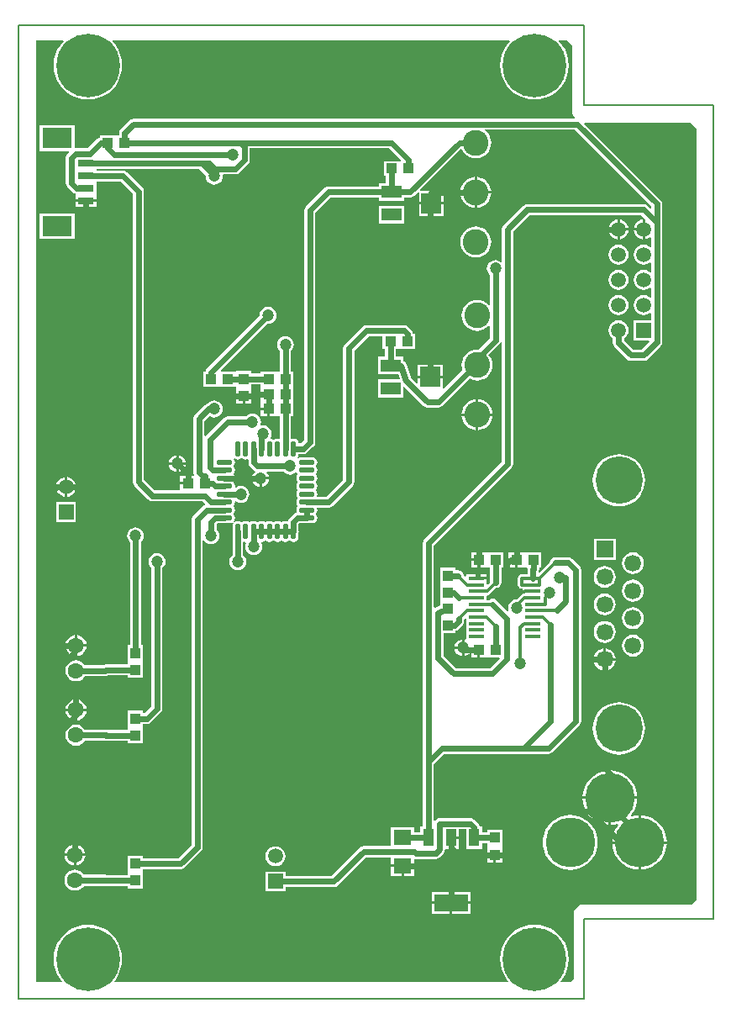
<source format=gtl>
%FSAX24Y24*%
%MOIN*%
G70*
G01*
G75*
G04 Layer_Physical_Order=1*
G04 Layer_Color=255*
%ADD10R,0.0787X0.0512*%
%ADD11R,0.0787X0.0787*%
%ADD12R,0.0433X0.0394*%
%ADD13R,0.0630X0.0118*%
%ADD14O,0.0217X0.0630*%
%ADD15O,0.0630X0.0217*%
%ADD16R,0.1358X0.0689*%
%ADD17R,0.0433X0.0689*%
%ADD18R,0.0433X0.0689*%
%ADD19R,0.0394X0.0433*%
%ADD20R,0.0630X0.0315*%
%ADD21R,0.1181X0.0827*%
%ADD22R,0.0709X0.0630*%
%ADD23C,0.0236*%
%ADD24C,0.0217*%
%ADD25C,0.0118*%
%ADD26C,0.0080*%
%ADD27C,0.0591*%
%ADD28R,0.0591X0.0591*%
%ADD29C,0.0665*%
%ADD30R,0.0665X0.0665*%
%ADD31C,0.1874*%
%ADD32C,0.1969*%
%ADD33C,0.0630*%
%ADD34C,0.2520*%
%ADD35C,0.1024*%
%ADD36C,0.0472*%
G36*
X067953Y075044D02*
Y074970D01*
Y074715D01*
Y074459D01*
Y074271D01*
X067915Y074238D01*
X067890Y074241D01*
Y073910D01*
Y073579D01*
X067927Y073584D01*
X068009Y073618D01*
X068079Y073671D01*
X068102Y073702D01*
X068150Y073686D01*
Y073524D01*
X068415D01*
Y073819D01*
X068515D01*
Y073524D01*
X068780D01*
Y073524D01*
X068780D01*
X068780Y073524D01*
X068819D01*
Y073524D01*
X069266D01*
X069285Y073477D01*
X068909Y073101D01*
X067541D01*
X067051Y073591D01*
Y074488D01*
X067539D01*
Y074590D01*
X067584Y074599D01*
X067656Y074647D01*
X067816Y074807D01*
X067864Y074879D01*
X067881Y074963D01*
Y075029D01*
X067922Y075057D01*
X067953Y075044D01*
D02*
G37*
G36*
X059132Y081390D02*
X059213Y081374D01*
X059278Y081387D01*
X059317Y081355D01*
Y081250D01*
X059333Y081169D01*
X059333Y081169D01*
X059333Y081169D01*
X059379Y081101D01*
X059483Y080997D01*
X059511Y080954D01*
X059583Y080906D01*
X059583Y080906D01*
X059569Y080869D01*
X059515Y080799D01*
X059481Y080717D01*
X059476Y080680D01*
X060138D01*
X060133Y080717D01*
X060100Y080799D01*
X060046Y080869D01*
X060053Y080889D01*
X060728D01*
X060741Y080871D01*
X060811Y080818D01*
X060893Y080784D01*
X060980Y080772D01*
X061067Y080784D01*
X061149Y080818D01*
X061196Y080854D01*
X061245Y080846D01*
X061278Y080796D01*
Y080779D01*
X061232Y080711D01*
X061216Y080630D01*
X061232Y080549D01*
X061278Y080481D01*
Y080464D01*
X061232Y080396D01*
X061216Y080315D01*
X061232Y080234D01*
X061278Y080166D01*
Y080149D01*
X061232Y080081D01*
X061216Y080000D01*
X061232Y079919D01*
X061278Y079851D01*
Y079834D01*
X061232Y079766D01*
X061216Y079685D01*
X061232Y079604D01*
X061278Y079536D01*
Y079519D01*
X061232Y079451D01*
X061216Y079370D01*
X061231Y079298D01*
X061203Y079257D01*
X061169Y079250D01*
X061101Y079204D01*
X060953Y079057D01*
X060908Y078988D01*
X060901Y078955D01*
X060859Y078927D01*
X060787Y078941D01*
X060707Y078925D01*
X060638Y078879D01*
X060621D01*
X060553Y078925D01*
X060472Y078941D01*
X060392Y078925D01*
X060323Y078879D01*
X060307D01*
X060238Y078925D01*
X060157Y078941D01*
X060077Y078925D01*
X060008Y078879D01*
X059992D01*
X059923Y078925D01*
X059843Y078941D01*
X059762Y078925D01*
X059693Y078879D01*
X059677D01*
X059608Y078925D01*
X059528Y078941D01*
X059447Y078925D01*
X059379Y078879D01*
X059362D01*
X059293Y078925D01*
X059213Y078941D01*
X059132Y078925D01*
X059064Y078879D01*
X059047D01*
X058978Y078925D01*
X058898Y078941D01*
X058817Y078925D01*
X058775Y078897D01*
X058739Y078932D01*
X058768Y078974D01*
X058784Y079055D01*
X058768Y079136D01*
X058722Y079204D01*
Y079221D01*
X058768Y079289D01*
X058784Y079370D01*
X058768Y079451D01*
X058722Y079519D01*
Y079536D01*
X058768Y079604D01*
X058784Y079685D01*
X058780Y079703D01*
X058822Y079730D01*
X058851Y079708D01*
X058933Y079674D01*
X059020Y079662D01*
X059107Y079674D01*
X059189Y079708D01*
X059259Y079761D01*
X059312Y079831D01*
X059346Y079913D01*
X059358Y080000D01*
X059346Y080087D01*
X059312Y080169D01*
X059259Y080239D01*
X059189Y080292D01*
X059107Y080326D01*
X059020Y080338D01*
X058933Y080326D01*
X058851Y080292D01*
X058822Y080270D01*
X058780Y080297D01*
X058784Y080315D01*
X058768Y080396D01*
X058722Y080464D01*
Y080481D01*
X058768Y080549D01*
X058774Y080580D01*
X058366D01*
Y080680D01*
X058774D01*
X058768Y080711D01*
X058722Y080779D01*
Y080796D01*
X058768Y080864D01*
X058784Y080945D01*
X058768Y081026D01*
X058722Y081094D01*
Y081111D01*
X058768Y081179D01*
X058784Y081260D01*
X058768Y081340D01*
X058739Y081383D01*
X058774Y081418D01*
X058817Y081390D01*
X058898Y081374D01*
X058978Y081390D01*
X059047Y081436D01*
X059064D01*
X059132Y081390D01*
D02*
G37*
G36*
X065372Y093252D02*
X065354Y093209D01*
X065315D01*
Y093209D01*
X064685D01*
Y092618D01*
X064779D01*
Y092343D01*
X064508D01*
Y092209D01*
X062500D01*
X062416Y092192D01*
X062344Y092144D01*
X061604Y091404D01*
X061556Y091333D01*
X061539Y091248D01*
Y082137D01*
X061413Y082011D01*
X061311D01*
X061297Y082079D01*
X061251Y082147D01*
X061183Y082193D01*
X061102Y082209D01*
X061037Y082196D01*
X060998Y082227D01*
Y082340D01*
X060998Y082340D01*
Y083091D01*
X061102D01*
Y083681D01*
X061102D01*
X061102Y083681D01*
D01*
X061102Y083681D01*
Y084272D01*
D01*
Y084272D01*
X061102Y084272D01*
Y084272D01*
X061102D01*
X061102D01*
Y084862D01*
X061008D01*
Y085678D01*
X061026Y085691D01*
X061080Y085761D01*
X061113Y085843D01*
X061125Y085930D01*
X061113Y086017D01*
X061080Y086099D01*
X061026Y086169D01*
X060956Y086222D01*
X060875Y086256D01*
X060787Y086268D01*
X060700Y086256D01*
X060619Y086222D01*
X060549Y086169D01*
X060495Y086099D01*
X060461Y086017D01*
X060450Y085930D01*
X060461Y085843D01*
X060495Y085761D01*
X060549Y085691D01*
X060567Y085678D01*
Y084862D01*
X060472D01*
D01*
D01*
X060472Y084862D01*
X060433D01*
Y084862D01*
X059803D01*
Y084788D01*
X059429D01*
Y084882D01*
X058839D01*
Y084862D01*
X058819D01*
Y084862D01*
X058250D01*
X058231Y084908D01*
X060074Y086752D01*
X060097Y086749D01*
X060184Y086761D01*
X060265Y086794D01*
X060335Y086848D01*
X060389Y086918D01*
X060423Y086999D01*
X060434Y087087D01*
X060423Y087174D01*
X060389Y087255D01*
X060335Y087325D01*
X060265Y087379D01*
X060184Y087413D01*
X060097Y087424D01*
X060009Y087413D01*
X059928Y087379D01*
X059858Y087325D01*
X059804Y087255D01*
X059771Y087174D01*
X059759Y087087D01*
X059762Y087064D01*
X057679Y084981D01*
X057631Y084909D01*
X057621Y084862D01*
X057520D01*
Y084272D01*
X058150D01*
Y084272D01*
X058150D01*
X058150Y084272D01*
X058189D01*
Y084272D01*
X058819D01*
Y084272D01*
X058819D01*
X058839Y084252D01*
Y084252D01*
X058839D01*
X058839Y084213D01*
X058839D01*
Y083948D01*
X059429D01*
Y084213D01*
D01*
Y084213D01*
X059429Y084213D01*
Y084252D01*
X059429D01*
Y084346D01*
X059803D01*
Y084307D01*
X059803Y084307D01*
X059803D01*
X059803Y084272D01*
X059803Y084272D01*
D01*
D01*
Y084272D01*
X059803D01*
D01*
Y084026D01*
X060118D01*
Y083926D01*
X059803D01*
Y083716D01*
X059803Y083716D01*
X059803D01*
X059803Y083681D01*
D01*
X059803D01*
D01*
Y083681D01*
Y083681D01*
X059803Y083681D01*
D01*
Y083681D01*
D01*
D01*
X059803Y083681D01*
X059803D01*
D01*
Y083436D01*
X060118D01*
Y083386D01*
X060168D01*
Y083091D01*
X060433D01*
Y083091D01*
X060433D01*
X060433Y083091D01*
X060472D01*
Y083091D01*
X060577D01*
Y082340D01*
X060577Y082340D01*
Y082227D01*
X060538Y082196D01*
X060472Y082209D01*
X060392Y082193D01*
X060323Y082147D01*
X060307D01*
X060238Y082193D01*
X060200Y082200D01*
X060192Y082221D01*
X060226Y082303D01*
X060238Y082390D01*
X060226Y082477D01*
X060192Y082559D01*
X060139Y082629D01*
X060069Y082682D01*
X059987Y082716D01*
X059900Y082728D01*
X059830Y082718D01*
X059800Y082758D01*
X059806Y082773D01*
X059818Y082860D01*
X059806Y082947D01*
X059772Y083029D01*
X059719Y083099D01*
X059649Y083152D01*
X059567Y083186D01*
X059480Y083198D01*
X059393Y083186D01*
X059311Y083152D01*
X059241Y083099D01*
X059228Y083081D01*
X058500D01*
X058416Y083064D01*
X058344Y083016D01*
X057633Y082306D01*
X057629Y082298D01*
X057581Y082313D01*
Y082909D01*
X057774Y083101D01*
X057791Y083088D01*
X057873Y083054D01*
X057960Y083042D01*
X058047Y083054D01*
X058129Y083088D01*
X058199Y083141D01*
X058252Y083211D01*
X058286Y083293D01*
X058298Y083380D01*
X058286Y083467D01*
X058252Y083549D01*
X058199Y083619D01*
X058129Y083672D01*
X058047Y083706D01*
X057960Y083718D01*
X057873Y083706D01*
X057791Y083672D01*
X057721Y083619D01*
X057702Y083593D01*
X057656Y083584D01*
X057584Y083536D01*
X057204Y083156D01*
X057156Y083084D01*
X057139Y083000D01*
Y080860D01*
X057156Y080776D01*
X057158Y080772D01*
X057135Y080728D01*
X056979D01*
Y080433D01*
X056929D01*
Y080383D01*
X056614D01*
Y080161D01*
X055591D01*
X055181Y080571D01*
Y092000D01*
X055164Y092084D01*
X055116Y092156D01*
X054498Y092774D01*
X054426Y092822D01*
X054342Y092839D01*
X053287D01*
Y092854D01*
Y092889D01*
X057369D01*
X057625Y092633D01*
X057622Y092610D01*
X057634Y092523D01*
X057668Y092441D01*
X057721Y092372D01*
X057791Y092318D01*
X057873Y092284D01*
X057960Y092273D01*
X058047Y092284D01*
X058129Y092318D01*
X058199Y092372D01*
X058252Y092441D01*
X058286Y092523D01*
X058298Y092610D01*
X058293Y092642D01*
X058326Y092679D01*
X058800D01*
X058884Y092696D01*
X058956Y092744D01*
X059306Y093094D01*
X059354Y093166D01*
X059371Y093250D01*
Y093716D01*
X064909D01*
X065372Y093252D01*
D02*
G37*
G36*
X072182Y097776D02*
Y095079D01*
X072193Y095025D01*
X072224Y094979D01*
X072266Y094937D01*
X072247Y094891D01*
X054750D01*
X054666Y094874D01*
X054594Y094826D01*
X054253Y094486D01*
X054205Y094414D01*
X054189Y094329D01*
Y094232D01*
X054094D01*
D01*
D01*
X054094Y094232D01*
X054055D01*
Y094232D01*
X053425D01*
Y094149D01*
X053383Y094141D01*
X053311Y094093D01*
X052929Y093711D01*
X052450D01*
X052421Y093734D01*
Y094626D01*
X051043D01*
Y093602D01*
X052185D01*
X052204Y093556D01*
X052134Y093486D01*
X052086Y093414D01*
X052069Y093330D01*
Y092336D01*
X052086Y092251D01*
X052134Y092180D01*
X052344Y091970D01*
X052416Y091922D01*
X052461Y091913D01*
Y091870D01*
Y091684D01*
X053287D01*
Y091870D01*
Y092362D01*
Y092397D01*
X054250D01*
X054739Y091909D01*
Y080480D01*
X054756Y080396D01*
X054804Y080324D01*
X054804Y080324D01*
X054804Y080324D01*
X055344Y079784D01*
X055344Y079784D01*
X055344D01*
X055344Y079784D01*
X055344D01*
X055344Y079784D01*
Y079784D01*
Y079784D01*
D01*
D01*
X055344D01*
Y079784D01*
X055416Y079736D01*
X055500Y079719D01*
X057508D01*
X057603Y079624D01*
X057588Y079577D01*
X057576Y079574D01*
X057504Y079526D01*
X057134Y079156D01*
X057086Y079084D01*
X057069Y079000D01*
Y066091D01*
X056553Y065575D01*
X055138D01*
Y065669D01*
X054547D01*
Y065039D01*
X054547Y065039D01*
X054547Y065000D01*
X054547D01*
Y064906D01*
X053689D01*
X053630Y064918D01*
X052793D01*
X052736Y064992D01*
X052649Y065058D01*
X052549Y065100D01*
X052441Y065114D01*
X052333Y065100D01*
X052232Y065058D01*
X052146Y064992D01*
X052080Y064905D01*
X052038Y064805D01*
X052024Y064697D01*
X052038Y064589D01*
X052080Y064488D01*
X052146Y064402D01*
X052232Y064336D01*
X052333Y064294D01*
X052441Y064280D01*
X052549Y064294D01*
X052649Y064336D01*
X052736Y064402D01*
X052793Y064476D01*
X053582D01*
X053642Y064464D01*
X054547D01*
Y064370D01*
X055138D01*
Y065000D01*
D01*
Y065000D01*
X055138Y065000D01*
Y065039D01*
X055138D01*
Y065134D01*
X056644D01*
X056729Y065150D01*
X056800Y065198D01*
X056800Y065198D01*
X056800Y065198D01*
X057446Y065844D01*
X057494Y065916D01*
X057511Y066000D01*
Y078152D01*
X057558Y078168D01*
X057601Y078111D01*
X057671Y078058D01*
X057753Y078024D01*
X057840Y078012D01*
X057927Y078024D01*
X058009Y078058D01*
X058079Y078111D01*
X058132Y078181D01*
X058166Y078263D01*
X058178Y078350D01*
X058166Y078437D01*
X058132Y078519D01*
X058079Y078589D01*
X058051Y078610D01*
Y078808D01*
X058087Y078844D01*
X058573D01*
X058653Y078860D01*
X058696Y078889D01*
X058731Y078853D01*
X058703Y078811D01*
X058687Y078730D01*
Y078524D01*
Y078317D01*
Y077590D01*
X058659Y077569D01*
X058605Y077499D01*
X058572Y077417D01*
X058560Y077330D01*
X058572Y077243D01*
X058605Y077161D01*
X058659Y077091D01*
X058729Y077038D01*
X058810Y077004D01*
X058898Y076992D01*
X058985Y077004D01*
X059066Y077038D01*
X059136Y077091D01*
X059190Y077161D01*
X059224Y077243D01*
X059235Y077330D01*
X059224Y077417D01*
X059190Y077499D01*
X059136Y077569D01*
X059108Y077590D01*
Y078088D01*
X059147Y078119D01*
X059198Y078109D01*
X059220Y078067D01*
X059221Y078064D01*
X059202Y078017D01*
X059190Y077930D01*
X059202Y077843D01*
X059235Y077761D01*
X059289Y077691D01*
X059359Y077638D01*
X059440Y077604D01*
X059528Y077592D01*
X059615Y077604D01*
X059696Y077638D01*
X059766Y077691D01*
X059820Y077761D01*
X059854Y077843D01*
X059865Y077930D01*
X059854Y078017D01*
X059834Y078064D01*
X059843Y078106D01*
X059923Y078122D01*
X059992Y078168D01*
X060008D01*
X060077Y078122D01*
X060157Y078106D01*
X060238Y078122D01*
X060307Y078168D01*
X060323D01*
X060392Y078122D01*
X060472Y078106D01*
X060553Y078122D01*
X060621Y078168D01*
X060638D01*
X060707Y078122D01*
X060787Y078106D01*
X060868Y078122D01*
X060936Y078168D01*
X060953D01*
X061022Y078122D01*
X061102Y078106D01*
X061183Y078122D01*
X061251Y078168D01*
X061297Y078236D01*
X061313Y078317D01*
Y078473D01*
X061323Y078524D01*
X061313Y078574D01*
Y078820D01*
X061337Y078844D01*
X061841D01*
X061921Y078860D01*
X061990Y078906D01*
X062035Y078974D01*
X062051Y079055D01*
X062035Y079136D01*
X061990Y079204D01*
Y079221D01*
X062035Y079289D01*
X062051Y079370D01*
X062035Y079451D01*
X062048Y079474D01*
X062450D01*
X062500Y079464D01*
X062584Y079481D01*
X062656Y079529D01*
X063456Y080329D01*
X063456Y080329D01*
X063456Y080329D01*
X063504Y080401D01*
X063521Y080485D01*
Y085689D01*
X064091Y086259D01*
X064646D01*
Y085768D01*
X064740D01*
Y085453D01*
X064469D01*
Y084744D01*
X065263D01*
X065317Y084588D01*
X065287Y084547D01*
X064469D01*
Y083839D01*
X065453D01*
Y084250D01*
X065499Y084269D01*
X066274Y083494D01*
X066346Y083446D01*
X066430Y083429D01*
X066850D01*
X066934Y083446D01*
X067006Y083494D01*
X068094Y084582D01*
X068151Y084552D01*
X068266Y084517D01*
X068386Y084505D01*
X068505Y084517D01*
X068621Y084552D01*
X068727Y084608D01*
X068819Y084685D01*
X068896Y084777D01*
X068952Y084883D01*
X068987Y084998D01*
X068999Y085118D01*
X068987Y085238D01*
X068952Y085353D01*
X068896Y085459D01*
X068849Y085516D01*
X069276Y085944D01*
X069324Y086016D01*
X069329Y086043D01*
X069379Y086038D01*
Y081291D01*
X066301Y078213D01*
X066253Y078141D01*
X066236Y078057D01*
Y069384D01*
Y066821D01*
X066142D01*
Y066599D01*
X065940D01*
X065939Y066599D01*
X065886D01*
Y066791D01*
X064980D01*
Y066051D01*
X063890D01*
X063806Y066034D01*
X063734Y065986D01*
X062614Y064866D01*
X060787D01*
Y065039D01*
X060000D01*
Y064252D01*
X060787D01*
Y064425D01*
X062706D01*
X062790Y064442D01*
X062862Y064490D01*
X062862Y064490D01*
X062862Y064490D01*
X063981Y065609D01*
X064980D01*
Y065326D01*
X065886D01*
Y065517D01*
X065924Y065548D01*
X065970Y065539D01*
X066750D01*
X066834Y065556D01*
X066906Y065604D01*
X067066Y065764D01*
X067114Y065836D01*
X067131Y065920D01*
Y065935D01*
X067312D01*
Y066378D01*
X067362D01*
Y066428D01*
X067677D01*
Y066719D01*
X067953D01*
Y065935D01*
X068583D01*
Y066157D01*
X068679D01*
X068680Y066157D01*
X068799D01*
Y066063D01*
X068799Y066063D01*
X068799Y066024D01*
X068799D01*
Y065759D01*
X069390D01*
Y066024D01*
D01*
Y066024D01*
X069390Y066024D01*
Y066063D01*
X069390D01*
Y066693D01*
X068799D01*
Y066599D01*
X068681D01*
X068680Y066599D01*
X068583D01*
Y066821D01*
X068484D01*
X068472Y066882D01*
X068424Y066953D01*
X068281Y067096D01*
X068209Y067144D01*
X068125Y067161D01*
X066910D01*
X066826Y067144D01*
X066754Y067096D01*
X066726Y067054D01*
X066678Y067068D01*
Y069292D01*
X067091Y069706D01*
X071222D01*
X071307Y069723D01*
X071378Y069771D01*
X071378Y069771D01*
X071378Y069771D01*
X072451Y070844D01*
X072499Y070916D01*
X072516Y071000D01*
X072516Y071000D01*
X072516Y071000D01*
Y071000D01*
Y077000D01*
X072499Y077084D01*
X072451Y077156D01*
X072171Y077436D01*
X072100Y077484D01*
X072015Y077501D01*
X071500D01*
X071416Y077484D01*
X071344Y077436D01*
X071296Y077364D01*
X071281Y077288D01*
X070877Y076884D01*
X070831Y076903D01*
Y076951D01*
X070834Y076955D01*
X070851Y077040D01*
Y077106D01*
X070945D01*
Y077697D01*
X070315D01*
D01*
D01*
X070315Y077697D01*
X070276D01*
Y077697D01*
X070011D01*
Y077401D01*
Y077106D01*
X070276D01*
Y077106D01*
X070276D01*
X070276Y077106D01*
X070315D01*
Y077106D01*
X070367D01*
X070399Y077068D01*
X070389Y077020D01*
Y076824D01*
X070176D01*
X070114Y076812D01*
X070062Y076777D01*
X070028Y076725D01*
X070015Y076663D01*
Y076407D01*
X070028Y076346D01*
X070062Y076294D01*
X070114Y076259D01*
X070176Y076247D01*
X070197D01*
Y076202D01*
X070610D01*
Y076102D01*
X070197D01*
Y076046D01*
X070189Y076044D01*
X070136Y076009D01*
X069954Y075827D01*
X069873Y075816D01*
X069791Y075782D01*
X069721Y075729D01*
X069668Y075659D01*
X069634Y075577D01*
X069622Y075490D01*
X069634Y075403D01*
X069645Y075377D01*
X069603Y075349D01*
X069156Y075796D01*
X069084Y075844D01*
X069000Y075861D01*
X068916Y075844D01*
X068851Y075800D01*
X068780D01*
Y075961D01*
X068785Y075991D01*
X068837Y076001D01*
X068847Y076003D01*
X068899Y076038D01*
X068899Y076038D01*
X068899Y076038D01*
X069142Y076281D01*
X069218Y076296D01*
X069290Y076344D01*
X069338Y076416D01*
X069355Y076500D01*
Y077106D01*
X069449D01*
Y077697D01*
X068819D01*
D01*
D01*
X068819Y077697D01*
X068780D01*
Y077697D01*
X068515D01*
Y077401D01*
Y077106D01*
X068780D01*
Y077106D01*
X068780D01*
X068780Y077106D01*
X068819D01*
Y077106D01*
X068913D01*
Y076506D01*
X068826Y076419D01*
X068780Y076438D01*
Y076506D01*
Y076613D01*
X068366D01*
Y076663D01*
X068316D01*
Y076821D01*
X067953D01*
Y076747D01*
X067907Y076728D01*
X067855Y076780D01*
X067840Y076856D01*
X067792Y076928D01*
X067720Y076976D01*
X067636Y076992D01*
X067539D01*
Y077087D01*
X066949D01*
Y076457D01*
X066949Y076457D01*
X066949Y076417D01*
X066949D01*
Y075787D01*
Y075590D01*
X066746Y075507D01*
X066746Y075507D01*
X066746Y075506D01*
X066722Y075491D01*
X066678Y075514D01*
Y077966D01*
X069756Y081044D01*
X069756Y081044D01*
X069756Y081044D01*
X069804Y081116D01*
X069821Y081200D01*
Y090409D01*
X070471Y091059D01*
X074909D01*
X075031Y090937D01*
X075009Y090892D01*
X075050Y090887D01*
Y090496D01*
Y090106D01*
X075103Y090112D01*
X075199Y090152D01*
X075254Y090195D01*
X075299Y090173D01*
Y089819D01*
X075254Y089797D01*
X075199Y089840D01*
X075103Y089880D01*
X075000Y089893D01*
X074897Y089880D01*
X074801Y089840D01*
X074719Y089777D01*
X074656Y089695D01*
X074616Y089599D01*
X074603Y089496D01*
X074616Y089393D01*
X074656Y089298D01*
X074719Y089215D01*
X074801Y089152D01*
X074897Y089112D01*
X075000Y089099D01*
X075103Y089112D01*
X075199Y089152D01*
X075254Y089195D01*
X075299Y089173D01*
Y088819D01*
X075254Y088797D01*
X075199Y088840D01*
X075103Y088880D01*
X075000Y088893D01*
X074897Y088880D01*
X074801Y088840D01*
X074719Y088777D01*
X074656Y088695D01*
X074616Y088599D01*
X074603Y088496D01*
X074616Y088393D01*
X074656Y088298D01*
X074719Y088215D01*
X074801Y088152D01*
X074897Y088112D01*
X075000Y088099D01*
X075103Y088112D01*
X075199Y088152D01*
X075254Y088195D01*
X075299Y088173D01*
Y087819D01*
X075254Y087797D01*
X075199Y087840D01*
X075103Y087880D01*
X075000Y087893D01*
X074897Y087880D01*
X074801Y087840D01*
X074719Y087777D01*
X074656Y087695D01*
X074616Y087599D01*
X074603Y087496D01*
X074616Y087393D01*
X074656Y087298D01*
X074719Y087215D01*
X074801Y087152D01*
X074897Y087112D01*
X075000Y087099D01*
X075103Y087112D01*
X075199Y087152D01*
X075254Y087195D01*
X075299Y087173D01*
Y086890D01*
X074606D01*
Y086102D01*
X075215D01*
X075234Y086056D01*
X074909Y085731D01*
X074581D01*
X074221Y086091D01*
Y086169D01*
X074281Y086215D01*
X074344Y086298D01*
X074384Y086393D01*
X074397Y086496D01*
X074384Y086599D01*
X074344Y086695D01*
X074281Y086777D01*
X074199Y086840D01*
X074103Y086880D01*
X074000Y086893D01*
X073897Y086880D01*
X073801Y086840D01*
X073719Y086777D01*
X073656Y086695D01*
X073616Y086599D01*
X073603Y086496D01*
X073616Y086393D01*
X073656Y086298D01*
X073719Y086215D01*
X073779Y086169D01*
Y086000D01*
X073796Y085916D01*
X073844Y085844D01*
X074334Y085354D01*
X074406Y085306D01*
X074490Y085289D01*
X075000D01*
X075084Y085306D01*
X075156Y085354D01*
X075156Y085354D01*
X075156Y085354D01*
X075676Y085874D01*
X075724Y085946D01*
X075741Y086030D01*
Y090760D01*
Y091510D01*
X075724Y091594D01*
X075676Y091666D01*
X072647Y094695D01*
X072666Y094741D01*
X076871D01*
X077104Y094509D01*
Y063916D01*
X076910Y063723D01*
X072520D01*
X072466Y063712D01*
X072420Y063682D01*
X072263Y063525D01*
X072232Y063479D01*
X072222Y063425D01*
Y060767D01*
X072107Y060652D01*
X071727D01*
X071706Y060698D01*
X071772Y060774D01*
X071883Y060956D01*
X071965Y061154D01*
X072015Y061362D01*
X072032Y061575D01*
X072015Y061788D01*
X071965Y061996D01*
X071883Y062193D01*
X071772Y062376D01*
X071633Y062538D01*
X071470Y062677D01*
X071288Y062789D01*
X071090Y062871D01*
X070882Y062920D01*
X070669Y062937D01*
X070456Y062920D01*
X070248Y062871D01*
X070051Y062789D01*
X069868Y062677D01*
X069706Y062538D01*
X069567Y062376D01*
X069455Y062193D01*
X069374Y061996D01*
X069324Y061788D01*
X069307Y061575D01*
X069324Y061362D01*
X069374Y061154D01*
X069455Y060956D01*
X069567Y060774D01*
X069632Y060698D01*
X069611Y060652D01*
X054011D01*
X053990Y060698D01*
X054055Y060774D01*
X054167Y060956D01*
X054249Y061154D01*
X054298Y061362D01*
X054315Y061575D01*
X054298Y061788D01*
X054249Y061996D01*
X054167Y062193D01*
X054055Y062376D01*
X053916Y062538D01*
X053754Y062677D01*
X053571Y062789D01*
X053374Y062871D01*
X053166Y062920D01*
X052953Y062937D01*
X052740Y062920D01*
X052532Y062871D01*
X052334Y062789D01*
X052152Y062677D01*
X051989Y062538D01*
X051851Y062376D01*
X051739Y062193D01*
X051657Y061996D01*
X051607Y061788D01*
X051590Y061575D01*
X051607Y061362D01*
X051657Y061154D01*
X051739Y060956D01*
X051851Y060774D01*
X051916Y060698D01*
X051895Y060652D01*
X050889D01*
Y098009D01*
X051962D01*
X051983Y097964D01*
X051851Y097809D01*
X051739Y097626D01*
X051657Y097429D01*
X051607Y097221D01*
X051590Y097008D01*
X051607Y096795D01*
X051657Y096587D01*
X051739Y096389D01*
X051851Y096207D01*
X051989Y096044D01*
X052152Y095906D01*
X052334Y095794D01*
X052532Y095712D01*
X052740Y095662D01*
X052953Y095645D01*
X053166Y095662D01*
X053374Y095712D01*
X053571Y095794D01*
X053754Y095906D01*
X053916Y096044D01*
X054055Y096207D01*
X054167Y096389D01*
X054249Y096587D01*
X054298Y096795D01*
X054315Y097008D01*
X054298Y097221D01*
X054249Y097429D01*
X054167Y097626D01*
X054055Y097809D01*
X053916Y097971D01*
X053930Y098009D01*
X069678D01*
X069699Y097964D01*
X069567Y097809D01*
X069455Y097626D01*
X069374Y097429D01*
X069324Y097221D01*
X069307Y097008D01*
X069324Y096795D01*
X069374Y096587D01*
X069455Y096389D01*
X069567Y096207D01*
X069706Y096044D01*
X069868Y095906D01*
X070051Y095794D01*
X070248Y095712D01*
X070456Y095662D01*
X070669Y095645D01*
X070882Y095662D01*
X071090Y095712D01*
X071288Y095794D01*
X071470Y095906D01*
X071633Y096044D01*
X071772Y096207D01*
X071883Y096389D01*
X071965Y096587D01*
X072015Y096795D01*
X072032Y097008D01*
X072015Y097221D01*
X071965Y097429D01*
X071883Y097626D01*
X071772Y097809D01*
X071633Y097971D01*
X071647Y098009D01*
X071950D01*
X072182Y097776D01*
D02*
G37*
G36*
X075299Y091419D02*
Y091358D01*
X075253Y091339D01*
X075156Y091436D01*
X075084Y091484D01*
X075000Y091501D01*
X070380D01*
X070296Y091484D01*
X070224Y091436D01*
X069444Y090656D01*
X069396Y090584D01*
X069379Y090500D01*
Y089229D01*
X069334Y089207D01*
X069289Y089242D01*
X069207Y089276D01*
X069120Y089288D01*
X069033Y089276D01*
X068951Y089242D01*
X068881Y089189D01*
X068828Y089119D01*
X068794Y089037D01*
X068782Y088950D01*
X068794Y088863D01*
X068828Y088781D01*
X068881Y088711D01*
X068899Y088698D01*
Y087497D01*
X068852Y087480D01*
X068819Y087520D01*
X068727Y087596D01*
X068621Y087653D01*
X068505Y087688D01*
X068386Y087700D01*
X068266Y087688D01*
X068151Y087653D01*
X068045Y087596D01*
X067952Y087520D01*
X067876Y087427D01*
X067819Y087321D01*
X067784Y087206D01*
X067773Y087087D01*
X067784Y086967D01*
X067819Y086852D01*
X067876Y086746D01*
X067952Y086653D01*
X068045Y086577D01*
X068151Y086520D01*
X068266Y086485D01*
X068386Y086473D01*
X068505Y086485D01*
X068621Y086520D01*
X068727Y086577D01*
X068819Y086653D01*
X068852Y086693D01*
X068899Y086676D01*
Y086191D01*
X068434Y085727D01*
X068386Y085731D01*
X068266Y085720D01*
X068151Y085685D01*
X068045Y085628D01*
X067952Y085552D01*
X067876Y085459D01*
X067819Y085353D01*
X067784Y085238D01*
X067773Y085118D01*
X067784Y084998D01*
X067808Y084920D01*
X067074Y084186D01*
X067028Y084205D01*
Y084596D01*
X066043D01*
Y084414D01*
X065997Y084395D01*
X065772Y084620D01*
X065584Y085170D01*
X065580Y085176D01*
X065579Y085183D01*
X065559Y085213D01*
X065541Y085244D01*
X065535Y085249D01*
X065531Y085255D01*
X065501Y085275D01*
X065472Y085297D01*
X065465Y085299D01*
X065459Y085302D01*
X065453Y085304D01*
Y085453D01*
X065181D01*
Y085768D01*
X065276D01*
Y085768D01*
X065276D01*
X065276Y085768D01*
X065315D01*
Y085768D01*
X065945D01*
Y086358D01*
X065849D01*
X065834Y086435D01*
X065786Y086506D01*
X065656Y086636D01*
X065584Y086684D01*
X065500Y086701D01*
X064000D01*
X063916Y086684D01*
X063844Y086636D01*
X063144Y085936D01*
X063096Y085864D01*
X063079Y085780D01*
Y080576D01*
X062399Y079896D01*
X062070D01*
X062038Y079934D01*
X062051Y080000D01*
X062035Y080081D01*
X061990Y080149D01*
Y080166D01*
X062035Y080234D01*
X062051Y080315D01*
X062035Y080396D01*
X061990Y080464D01*
Y080481D01*
X062035Y080549D01*
X062051Y080630D01*
X062035Y080711D01*
X061990Y080779D01*
Y080796D01*
X062035Y080864D01*
X062051Y080945D01*
X062035Y081026D01*
X061990Y081094D01*
Y081111D01*
X062035Y081179D01*
X062051Y081260D01*
X062035Y081340D01*
X061990Y081409D01*
X061921Y081455D01*
X061841Y081471D01*
X061427D01*
X061347Y081455D01*
X061304Y081426D01*
X061269Y081461D01*
X061297Y081504D01*
X061313Y081585D01*
Y081589D01*
X061500D01*
X061581Y081605D01*
X061649Y081651D01*
X061873Y081875D01*
X061916Y081904D01*
X061964Y081976D01*
X061981Y082060D01*
Y091157D01*
X062591Y091767D01*
X064508D01*
Y091634D01*
X065492D01*
Y091767D01*
X065740D01*
X065824Y091784D01*
X065896Y091832D01*
X066036Y091972D01*
X066083Y091953D01*
Y091585D01*
X066525D01*
Y092028D01*
X066157D01*
X066138Y092074D01*
X067746Y093682D01*
X067795Y093674D01*
X067837Y093596D01*
X067913Y093503D01*
X068006Y093427D01*
X068112Y093370D01*
X068227Y093336D01*
X068346Y093324D01*
X068466Y093336D01*
X068581Y093370D01*
X068687Y093427D01*
X068780Y093503D01*
X068856Y093596D01*
X068913Y093702D01*
X068948Y093817D01*
X068960Y093937D01*
X068948Y094057D01*
X068913Y094172D01*
X068856Y094278D01*
X068780Y094371D01*
X068687Y094447D01*
X068688Y094449D01*
X072269D01*
X075299Y091419D01*
D02*
G37*
%LPC*%
G36*
X054843Y078688D02*
X054755Y078676D01*
X054674Y078642D01*
X054604Y078589D01*
X054550Y078519D01*
X054516Y078437D01*
X054505Y078350D01*
X054516Y078263D01*
X054550Y078181D01*
X054604Y078111D01*
X054622Y078098D01*
Y074016D01*
X054547D01*
Y073386D01*
X054547Y073386D01*
X054547Y073346D01*
X054547D01*
Y073252D01*
X053668D01*
X053583Y073235D01*
X053567Y073225D01*
X052832D01*
X052775Y073299D01*
X052689Y073365D01*
X052588Y073407D01*
X052480Y073421D01*
X052372Y073407D01*
X052272Y073365D01*
X052185Y073299D01*
X052119Y073212D01*
X052078Y073112D01*
X052063Y073004D01*
X052078Y072896D01*
X052119Y072795D01*
X052185Y072709D01*
X052272Y072643D01*
X052372Y072601D01*
X052480Y072587D01*
X052588Y072601D01*
X052689Y072643D01*
X052775Y072709D01*
X052832Y072783D01*
X053640D01*
X053724Y072800D01*
X053741Y072811D01*
X054547D01*
Y072717D01*
X055138D01*
Y073346D01*
D01*
Y073346D01*
X055138Y073346D01*
Y073386D01*
X055138D01*
Y074016D01*
X055063D01*
Y078098D01*
X055081Y078111D01*
X055135Y078181D01*
X055169Y078263D01*
X055180Y078350D01*
X055169Y078437D01*
X055135Y078519D01*
X055081Y078589D01*
X055011Y078642D01*
X054930Y078676D01*
X054843Y078688D01*
D02*
G37*
G36*
X073407Y073877D02*
X073344Y073869D01*
X073239Y073825D01*
X073149Y073756D01*
X073080Y073666D01*
X073037Y073561D01*
X073028Y073499D01*
X073407D01*
Y073877D01*
D02*
G37*
G36*
X067790Y073860D02*
X067509D01*
X067514Y073823D01*
X067548Y073741D01*
X067601Y073671D01*
X067671Y073618D01*
X067753Y073584D01*
X067790Y073579D01*
Y073860D01*
D02*
G37*
G36*
X074575Y074429D02*
X074462Y074414D01*
X074357Y074371D01*
X074267Y074302D01*
X074198Y074212D01*
X074155Y074107D01*
X074140Y073994D01*
X074155Y073882D01*
X074198Y073777D01*
X074267Y073687D01*
X074357Y073618D01*
X074462Y073574D01*
X074575Y073559D01*
X074687Y073574D01*
X074792Y073618D01*
X074882Y073687D01*
X074951Y073777D01*
X074995Y073882D01*
X075010Y073994D01*
X074995Y074107D01*
X074951Y074212D01*
X074882Y074302D01*
X074792Y074371D01*
X074687Y074414D01*
X074575Y074429D01*
D02*
G37*
G36*
X073507Y073877D02*
Y073499D01*
X073885D01*
X073877Y073561D01*
X073833Y073666D01*
X073764Y073756D01*
X073674Y073825D01*
X073569Y073869D01*
X073507Y073877D01*
D02*
G37*
G36*
X052430Y071855D02*
X052372Y071848D01*
X052272Y071806D01*
X052185Y071740D01*
X052119Y071653D01*
X052078Y071553D01*
X052070Y071495D01*
X052430D01*
Y071855D01*
D02*
G37*
G36*
X055690Y077668D02*
X055603Y077656D01*
X055521Y077622D01*
X055451Y077569D01*
X055398Y077499D01*
X055364Y077417D01*
X055352Y077330D01*
X055364Y077243D01*
X055398Y077161D01*
X055451Y077091D01*
X055469Y077078D01*
Y071591D01*
X055201Y071323D01*
X055138D01*
Y071417D01*
X054547D01*
Y070787D01*
X054547Y070787D01*
X054547Y070748D01*
X054547D01*
Y070654D01*
X053709D01*
X053650Y070666D01*
X052832D01*
X052775Y070740D01*
X052689Y070806D01*
X052588Y070848D01*
X052480Y070862D01*
X052372Y070848D01*
X052272Y070806D01*
X052185Y070740D01*
X052119Y070653D01*
X052078Y070553D01*
X052063Y070445D01*
X052078Y070337D01*
X052119Y070236D01*
X052185Y070150D01*
X052272Y070084D01*
X052372Y070042D01*
X052480Y070028D01*
X052588Y070042D01*
X052689Y070084D01*
X052775Y070150D01*
X052832Y070224D01*
X053602D01*
X053662Y070212D01*
X054547D01*
Y070118D01*
X055138D01*
Y070748D01*
D01*
Y070748D01*
X055138Y070748D01*
Y070787D01*
X055138D01*
Y070882D01*
X055292D01*
X055377Y070898D01*
X055448Y070946D01*
X055846Y071344D01*
X055894Y071416D01*
X055911Y071500D01*
X055911Y071500D01*
X055911Y071500D01*
Y071500D01*
Y077078D01*
X055929Y077091D01*
X055982Y077161D01*
X056016Y077243D01*
X056028Y077330D01*
X056016Y077417D01*
X055982Y077499D01*
X055929Y077569D01*
X055859Y077622D01*
X055777Y077656D01*
X055690Y077668D01*
D02*
G37*
G36*
X052530Y071855D02*
Y071495D01*
X052891D01*
X052883Y071553D01*
X052841Y071653D01*
X052775Y071740D01*
X052689Y071806D01*
X052588Y071848D01*
X052530Y071855D01*
D02*
G37*
G36*
X073885Y073399D02*
X073507D01*
Y073021D01*
X073569Y073029D01*
X073674Y073072D01*
X073764Y073141D01*
X073833Y073231D01*
X073877Y073336D01*
X073885Y073399D01*
D02*
G37*
G36*
X073407D02*
X073028D01*
X073037Y073336D01*
X073080Y073231D01*
X073149Y073141D01*
X073239Y073072D01*
X073344Y073029D01*
X073407Y073021D01*
Y073399D01*
D02*
G37*
G36*
X052430Y073954D02*
X052070D01*
X052078Y073896D01*
X052119Y073795D01*
X052185Y073709D01*
X052272Y073643D01*
X052372Y073601D01*
X052430Y073594D01*
Y073954D01*
D02*
G37*
G36*
X074575Y076610D02*
X074462Y076595D01*
X074357Y076552D01*
X074267Y076483D01*
X074198Y076393D01*
X074155Y076288D01*
X074140Y076175D01*
X074155Y076063D01*
X074198Y075958D01*
X074267Y075868D01*
X074357Y075799D01*
X074462Y075755D01*
X074575Y075740D01*
X074687Y075755D01*
X074792Y075799D01*
X074882Y075868D01*
X074951Y075958D01*
X074995Y076063D01*
X075010Y076175D01*
X074995Y076288D01*
X074951Y076393D01*
X074882Y076483D01*
X074792Y076552D01*
X074687Y076595D01*
X074575Y076610D01*
D02*
G37*
G36*
X073457Y076065D02*
X073344Y076050D01*
X073239Y076007D01*
X073149Y075937D01*
X073080Y075847D01*
X073037Y075742D01*
X073022Y075630D01*
X073037Y075517D01*
X073080Y075413D01*
X073149Y075322D01*
X073239Y075253D01*
X073344Y075210D01*
X073457Y075195D01*
X073569Y075210D01*
X073674Y075253D01*
X073764Y075322D01*
X073833Y075413D01*
X073877Y075517D01*
X073892Y075630D01*
X073877Y075742D01*
X073833Y075847D01*
X073764Y075937D01*
X073674Y076007D01*
X073569Y076050D01*
X073457Y076065D01*
D02*
G37*
G36*
Y077155D02*
X073344Y077140D01*
X073239Y077097D01*
X073149Y077028D01*
X073080Y076938D01*
X073037Y076833D01*
X073022Y076720D01*
X073037Y076608D01*
X073080Y076503D01*
X073149Y076413D01*
X073239Y076344D01*
X073344Y076300D01*
X073457Y076286D01*
X073569Y076300D01*
X073674Y076344D01*
X073764Y076413D01*
X073833Y076503D01*
X073877Y076608D01*
X073892Y076720D01*
X073877Y076833D01*
X073833Y076938D01*
X073764Y077028D01*
X073674Y077097D01*
X073569Y077140D01*
X073457Y077155D01*
D02*
G37*
G36*
X074575Y077701D02*
X074462Y077686D01*
X074357Y077642D01*
X074267Y077573D01*
X074198Y077483D01*
X074155Y077378D01*
X074140Y077266D01*
X074155Y077153D01*
X074198Y077048D01*
X074267Y076958D01*
X074357Y076889D01*
X074462Y076846D01*
X074575Y076831D01*
X074687Y076846D01*
X074792Y076889D01*
X074882Y076958D01*
X074951Y077048D01*
X074995Y077153D01*
X075010Y077266D01*
X074995Y077378D01*
X074951Y077483D01*
X074882Y077573D01*
X074792Y077642D01*
X074687Y077686D01*
X074575Y077701D01*
D02*
G37*
G36*
X068780Y076821D02*
X068416D01*
Y076713D01*
X068780D01*
Y076821D01*
D02*
G37*
G36*
X074575Y075519D02*
X074462Y075505D01*
X074357Y075461D01*
X074267Y075392D01*
X074198Y075302D01*
X074155Y075197D01*
X074140Y075085D01*
X074155Y074972D01*
X074198Y074867D01*
X074267Y074777D01*
X074357Y074708D01*
X074462Y074665D01*
X074575Y074650D01*
X074687Y074665D01*
X074792Y074708D01*
X074882Y074777D01*
X074951Y074867D01*
X074995Y074972D01*
X075010Y075085D01*
X074995Y075197D01*
X074951Y075302D01*
X074882Y075392D01*
X074792Y075461D01*
X074687Y075505D01*
X074575Y075519D01*
D02*
G37*
G36*
X067790Y074241D02*
X067753Y074236D01*
X067671Y074202D01*
X067601Y074149D01*
X067548Y074079D01*
X067514Y073997D01*
X067509Y073960D01*
X067790D01*
Y074241D01*
D02*
G37*
G36*
X052891Y073954D02*
X052530D01*
Y073594D01*
X052588Y073601D01*
X052689Y073643D01*
X052775Y073709D01*
X052841Y073795D01*
X052883Y073896D01*
X052891Y073954D01*
D02*
G37*
G36*
X052430Y074414D02*
X052372Y074407D01*
X052272Y074365D01*
X052185Y074299D01*
X052119Y074212D01*
X052078Y074112D01*
X052070Y074054D01*
X052430D01*
Y074414D01*
D02*
G37*
G36*
X073457Y074974D02*
X073344Y074959D01*
X073239Y074916D01*
X073149Y074847D01*
X073080Y074757D01*
X073037Y074652D01*
X073022Y074539D01*
X073037Y074427D01*
X073080Y074322D01*
X073149Y074232D01*
X073239Y074163D01*
X073344Y074119D01*
X073457Y074105D01*
X073569Y074119D01*
X073674Y074163D01*
X073764Y074232D01*
X073833Y074322D01*
X073877Y074427D01*
X073892Y074539D01*
X073877Y074652D01*
X073833Y074757D01*
X073764Y074847D01*
X073674Y074916D01*
X073569Y074959D01*
X073457Y074974D01*
D02*
G37*
G36*
X052530Y074414D02*
Y074054D01*
X052891D01*
X052883Y074112D01*
X052841Y074212D01*
X052775Y074299D01*
X052689Y074365D01*
X052588Y074407D01*
X052530Y074414D01*
D02*
G37*
G36*
X052891Y071395D02*
X052530D01*
Y071035D01*
X052588Y071042D01*
X052689Y071084D01*
X052775Y071150D01*
X052841Y071236D01*
X052883Y071337D01*
X052891Y071395D01*
D02*
G37*
G36*
X075921Y066143D02*
X074889D01*
Y065111D01*
X075008Y065120D01*
X075174Y065160D01*
X075332Y065225D01*
X075477Y065314D01*
X075607Y065425D01*
X075717Y065555D01*
X075806Y065700D01*
X075871Y065857D01*
X075911Y066023D01*
X075921Y066143D01*
D02*
G37*
G36*
X074789D02*
X073757D01*
X073766Y066023D01*
X073806Y065857D01*
X073871Y065700D01*
X073960Y065555D01*
X074071Y065425D01*
X074200Y065314D01*
X074346Y065225D01*
X074503Y065160D01*
X074669Y065120D01*
X074789Y065111D01*
Y066143D01*
D02*
G37*
G36*
X072083Y067279D02*
X071913Y067266D01*
X071747Y067226D01*
X071590Y067161D01*
X071444Y067072D01*
X071315Y066961D01*
X071204Y066831D01*
X071115Y066686D01*
X071050Y066529D01*
X071010Y066363D01*
X070997Y066193D01*
X071010Y066023D01*
X071050Y065857D01*
X071115Y065700D01*
X071204Y065555D01*
X071315Y065425D01*
X071444Y065314D01*
X071590Y065225D01*
X071747Y065160D01*
X071913Y065120D01*
X072083Y065107D01*
X072253Y065120D01*
X072418Y065160D01*
X072576Y065225D01*
X072721Y065314D01*
X072851Y065425D01*
X072961Y065555D01*
X073050Y065700D01*
X073116Y065857D01*
X073155Y066023D01*
X073169Y066193D01*
X073155Y066363D01*
X073116Y066529D01*
X073050Y066686D01*
X072961Y066831D01*
X072851Y066961D01*
X072721Y067072D01*
X072576Y067161D01*
X072418Y067226D01*
X072253Y067266D01*
X072083Y067279D01*
D02*
G37*
G36*
X052851Y065647D02*
X052491D01*
Y065286D01*
X052549Y065294D01*
X052649Y065336D01*
X052736Y065402D01*
X052802Y065488D01*
X052844Y065589D01*
X052851Y065647D01*
D02*
G37*
G36*
X052391D02*
X052031D01*
X052038Y065589D01*
X052080Y065488D01*
X052146Y065402D01*
X052232Y065336D01*
X052333Y065294D01*
X052391Y065286D01*
Y065647D01*
D02*
G37*
G36*
X060394Y066043D02*
X060291Y066029D01*
X060195Y065990D01*
X060113Y065926D01*
X060050Y065844D01*
X060010Y065748D01*
X059997Y065646D01*
X060010Y065543D01*
X060050Y065447D01*
X060113Y065365D01*
X060195Y065302D01*
X060291Y065262D01*
X060394Y065249D01*
X060496Y065262D01*
X060592Y065302D01*
X060674Y065365D01*
X060738Y065447D01*
X060777Y065543D01*
X060791Y065646D01*
X060777Y065748D01*
X060738Y065844D01*
X060674Y065926D01*
X060592Y065990D01*
X060496Y066029D01*
X060394Y066043D01*
D02*
G37*
G36*
X067312Y064242D02*
X066585D01*
Y063849D01*
X067312D01*
Y064242D01*
D02*
G37*
G36*
X068140Y063749D02*
X067412D01*
Y063356D01*
X068140D01*
Y063749D01*
D02*
G37*
G36*
X067312D02*
X066585D01*
Y063356D01*
X067312D01*
Y063749D01*
D02*
G37*
G36*
X065886Y065226D02*
X065483D01*
Y064862D01*
X065886D01*
Y065226D01*
D02*
G37*
G36*
X065383D02*
X064980D01*
Y064862D01*
X065383D01*
Y065226D01*
D02*
G37*
G36*
X068140Y064242D02*
X067412D01*
Y063849D01*
X068140D01*
Y064242D01*
D02*
G37*
G36*
X073608Y069047D02*
X073488Y069037D01*
X073322Y068997D01*
X073164Y068932D01*
X073019Y068843D01*
X072890Y068733D01*
X072779Y068603D01*
X072690Y068458D01*
X072625Y068300D01*
X072585Y068134D01*
X072575Y068015D01*
X073608D01*
Y069047D01*
D02*
G37*
G36*
Y067915D02*
X072575D01*
X072585Y067795D01*
X072625Y067629D01*
X072690Y067472D01*
X072779Y067326D01*
X072890Y067197D01*
X073019Y067086D01*
X073164Y066997D01*
X073322Y066932D01*
X073488Y066892D01*
X073608Y066882D01*
Y067915D01*
D02*
G37*
G36*
X074889Y067275D02*
Y066243D01*
X075921D01*
X075911Y066363D01*
X075871Y066529D01*
X075806Y066686D01*
X075717Y066831D01*
X075607Y066961D01*
X075477Y067072D01*
X075332Y067161D01*
X075174Y067226D01*
X075008Y067266D01*
X074889Y067275D01*
D02*
G37*
G36*
X052430Y071395D02*
X052070D01*
X052078Y071337D01*
X052119Y071236D01*
X052185Y071150D01*
X052272Y071084D01*
X052372Y071042D01*
X052430Y071035D01*
Y071395D01*
D02*
G37*
G36*
X074016Y071749D02*
X073853Y071736D01*
X073695Y071698D01*
X073544Y071636D01*
X073405Y071551D01*
X073281Y071445D01*
X073175Y071321D01*
X073090Y071182D01*
X073028Y071032D01*
X072990Y070873D01*
X072977Y070711D01*
X072990Y070548D01*
X073028Y070390D01*
X073090Y070239D01*
X073175Y070100D01*
X073281Y069976D01*
X073405Y069870D01*
X073544Y069785D01*
X073695Y069723D01*
X073853Y069685D01*
X074016Y069672D01*
X074178Y069685D01*
X074337Y069723D01*
X074487Y069785D01*
X074626Y069870D01*
X074750Y069976D01*
X074856Y070100D01*
X074941Y070239D01*
X075004Y070390D01*
X075042Y070548D01*
X075054Y070711D01*
X075042Y070873D01*
X075004Y071032D01*
X074941Y071182D01*
X074856Y071321D01*
X074750Y071445D01*
X074626Y071551D01*
X074487Y071636D01*
X074337Y071698D01*
X074178Y071736D01*
X074016Y071749D01*
D02*
G37*
G36*
X073707Y069047D02*
Y068015D01*
X074740D01*
X074730Y068134D01*
X074690Y068300D01*
X074625Y068458D01*
X074536Y068603D01*
X074425Y068733D01*
X074296Y068843D01*
X074151Y068932D01*
X073993Y068997D01*
X073827Y069037D01*
X073707Y069047D01*
D02*
G37*
G36*
X052391Y066107D02*
X052333Y066100D01*
X052232Y066058D01*
X052146Y065992D01*
X052080Y065905D01*
X052038Y065805D01*
X052031Y065747D01*
X052391D01*
Y066107D01*
D02*
G37*
G36*
X069390Y065659D02*
X069144D01*
Y065394D01*
X069390D01*
Y065659D01*
D02*
G37*
G36*
X069044D02*
X068799D01*
Y065394D01*
X069044D01*
Y065659D01*
D02*
G37*
G36*
X074740Y067915D02*
X073707D01*
Y066882D01*
X073827Y066892D01*
X073981Y066929D01*
X074007Y066886D01*
X073960Y066831D01*
X073871Y066686D01*
X073806Y066529D01*
X073766Y066363D01*
X073757Y066243D01*
X074789D01*
Y067275D01*
X074669Y067266D01*
X074515Y067229D01*
X074489Y067271D01*
X074536Y067326D01*
X074625Y067472D01*
X074690Y067629D01*
X074730Y067795D01*
X074740Y067915D01*
D02*
G37*
G36*
X067677Y066328D02*
X067412D01*
Y065935D01*
X067677D01*
Y066328D01*
D02*
G37*
G36*
X052491Y066107D02*
Y065747D01*
X052851D01*
X052844Y065805D01*
X052802Y065905D01*
X052736Y065992D01*
X052649Y066058D01*
X052549Y066100D01*
X052491Y066107D01*
D02*
G37*
G36*
X074391Y090446D02*
X074050D01*
Y090106D01*
X074103Y090112D01*
X074199Y090152D01*
X074281Y090215D01*
X074344Y090298D01*
X074384Y090393D01*
X074391Y090446D01*
D02*
G37*
G36*
X073950D02*
X073610D01*
X073616Y090393D01*
X073656Y090298D01*
X073719Y090215D01*
X073801Y090152D01*
X073897Y090112D01*
X073950Y090106D01*
Y090446D01*
D02*
G37*
G36*
X068346Y090613D02*
X068227Y090601D01*
X068112Y090567D01*
X068006Y090510D01*
X067913Y090434D01*
X067837Y090341D01*
X067780Y090235D01*
X067745Y090120D01*
X067733Y090000D01*
X067745Y089880D01*
X067780Y089765D01*
X067837Y089659D01*
X067913Y089566D01*
X068006Y089490D01*
X068112Y089433D01*
X068227Y089399D01*
X068346Y089387D01*
X068466Y089399D01*
X068581Y089433D01*
X068687Y089490D01*
X068780Y089566D01*
X068856Y089659D01*
X068913Y089765D01*
X068948Y089880D01*
X068960Y090000D01*
X068948Y090120D01*
X068913Y090235D01*
X068856Y090341D01*
X068780Y090434D01*
X068687Y090510D01*
X068581Y090567D01*
X068466Y090601D01*
X068346Y090613D01*
D02*
G37*
G36*
X073950Y090887D02*
X073897Y090880D01*
X073801Y090840D01*
X073719Y090777D01*
X073656Y090695D01*
X073616Y090599D01*
X073610Y090546D01*
X073950D01*
Y090887D01*
D02*
G37*
G36*
X052421Y091142D02*
X051043D01*
Y090118D01*
X052421D01*
Y091142D01*
D02*
G37*
G36*
X074950Y090446D02*
X074610D01*
X074616Y090393D01*
X074656Y090298D01*
X074719Y090215D01*
X074801Y090152D01*
X074897Y090112D01*
X074950Y090106D01*
Y090446D01*
D02*
G37*
G36*
X067028Y085138D02*
X066585D01*
Y084696D01*
X067028D01*
Y085138D01*
D02*
G37*
G36*
X066485D02*
X066043D01*
Y084696D01*
X066485D01*
Y085138D01*
D02*
G37*
G36*
X059429Y083848D02*
X059184D01*
Y083583D01*
X059429D01*
Y083848D01*
D02*
G37*
G36*
X074000Y089893D02*
X073897Y089880D01*
X073801Y089840D01*
X073719Y089777D01*
X073656Y089695D01*
X073616Y089599D01*
X073603Y089496D01*
X073616Y089393D01*
X073656Y089298D01*
X073719Y089215D01*
X073801Y089152D01*
X073897Y089112D01*
X074000Y089099D01*
X074103Y089112D01*
X074199Y089152D01*
X074281Y089215D01*
X074344Y089298D01*
X074384Y089393D01*
X074397Y089496D01*
X074384Y089599D01*
X074344Y089695D01*
X074281Y089777D01*
X074199Y089840D01*
X074103Y089880D01*
X074000Y089893D01*
D02*
G37*
G36*
Y088893D02*
X073897Y088880D01*
X073801Y088840D01*
X073719Y088777D01*
X073656Y088695D01*
X073616Y088599D01*
X073603Y088496D01*
X073616Y088393D01*
X073656Y088298D01*
X073719Y088215D01*
X073801Y088152D01*
X073897Y088112D01*
X074000Y088099D01*
X074103Y088112D01*
X074199Y088152D01*
X074281Y088215D01*
X074344Y088298D01*
X074384Y088393D01*
X074397Y088496D01*
X074384Y088599D01*
X074344Y088695D01*
X074281Y088777D01*
X074199Y088840D01*
X074103Y088880D01*
X074000Y088893D01*
D02*
G37*
G36*
Y087893D02*
X073897Y087880D01*
X073801Y087840D01*
X073719Y087777D01*
X073656Y087695D01*
X073616Y087599D01*
X073603Y087496D01*
X073616Y087393D01*
X073656Y087298D01*
X073719Y087215D01*
X073801Y087152D01*
X073897Y087112D01*
X074000Y087099D01*
X074103Y087112D01*
X074199Y087152D01*
X074281Y087215D01*
X074344Y087298D01*
X074384Y087393D01*
X074397Y087496D01*
X074384Y087599D01*
X074344Y087695D01*
X074281Y087777D01*
X074199Y087840D01*
X074103Y087880D01*
X074000Y087893D01*
D02*
G37*
G36*
X053287Y091584D02*
X052924D01*
Y091378D01*
X053287D01*
Y091584D01*
D02*
G37*
G36*
X052824D02*
X052461D01*
Y091378D01*
X052824D01*
Y091584D01*
D02*
G37*
G36*
X068955Y091918D02*
X068396D01*
Y091360D01*
X068466Y091367D01*
X068581Y091402D01*
X068687Y091459D01*
X068780Y091535D01*
X068856Y091628D01*
X068913Y091734D01*
X068948Y091849D01*
X068955Y091918D01*
D02*
G37*
G36*
X068396Y092577D02*
Y092018D01*
X068955D01*
X068948Y092088D01*
X068913Y092203D01*
X068856Y092309D01*
X068780Y092402D01*
X068687Y092478D01*
X068581Y092535D01*
X068466Y092570D01*
X068396Y092577D01*
D02*
G37*
G36*
X068296D02*
X068227Y092570D01*
X068112Y092535D01*
X068006Y092478D01*
X067913Y092402D01*
X067837Y092309D01*
X067780Y092203D01*
X067745Y092088D01*
X067738Y092018D01*
X068296D01*
Y092577D01*
D02*
G37*
G36*
X067067Y092028D02*
X066625D01*
Y091585D01*
X067067D01*
Y092028D01*
D02*
G37*
G36*
X065492Y091437D02*
X064508D01*
Y090728D01*
X065492D01*
Y091437D01*
D02*
G37*
G36*
X074950Y090887D02*
X074897Y090880D01*
X074801Y090840D01*
X074719Y090777D01*
X074656Y090695D01*
X074616Y090599D01*
X074610Y090546D01*
X074950D01*
Y090887D01*
D02*
G37*
G36*
X074050D02*
Y090546D01*
X074391D01*
X074384Y090599D01*
X074344Y090695D01*
X074281Y090777D01*
X074199Y090840D01*
X074103Y090880D01*
X074050Y090887D01*
D02*
G37*
G36*
X068296Y091918D02*
X067738D01*
X067745Y091849D01*
X067780Y091734D01*
X067837Y091628D01*
X067913Y091535D01*
X068006Y091459D01*
X068112Y091402D01*
X068227Y091367D01*
X068296Y091360D01*
Y091918D01*
D02*
G37*
G36*
X067067Y091485D02*
X066625D01*
Y091043D01*
X067067D01*
Y091485D01*
D02*
G37*
G36*
X066525D02*
X066083D01*
Y091043D01*
X066525D01*
Y091485D01*
D02*
G37*
G36*
X052477Y080241D02*
X052137D01*
Y079901D01*
X052189Y079908D01*
X052285Y079947D01*
X052367Y080011D01*
X052431Y080093D01*
X052470Y080189D01*
X052477Y080241D01*
D02*
G37*
G36*
X052037D02*
X051696D01*
X051703Y080189D01*
X051743Y080093D01*
X051806Y080011D01*
X051888Y079947D01*
X051984Y079908D01*
X052037Y079901D01*
Y080241D01*
D02*
G37*
G36*
X074016Y081588D02*
X073853Y081575D01*
X073695Y081537D01*
X073544Y081475D01*
X073405Y081389D01*
X073281Y081284D01*
X073175Y081160D01*
X073090Y081021D01*
X073028Y080870D01*
X072990Y080712D01*
X072977Y080549D01*
X072990Y080387D01*
X073028Y080228D01*
X073090Y080078D01*
X073175Y079939D01*
X073281Y079815D01*
X073405Y079709D01*
X073544Y079624D01*
X073695Y079561D01*
X073853Y079523D01*
X074016Y079511D01*
X074178Y079523D01*
X074337Y079561D01*
X074487Y079624D01*
X074626Y079709D01*
X074750Y079815D01*
X074856Y079939D01*
X074941Y080078D01*
X075004Y080228D01*
X075042Y080387D01*
X075054Y080549D01*
X075042Y080712D01*
X075004Y080870D01*
X074941Y081021D01*
X074856Y081160D01*
X074750Y081284D01*
X074626Y081389D01*
X074487Y081475D01*
X074337Y081537D01*
X074178Y081575D01*
X074016Y081588D01*
D02*
G37*
G36*
X052037Y080682D02*
X051984Y080675D01*
X051888Y080635D01*
X051806Y080572D01*
X051743Y080490D01*
X051703Y080394D01*
X051696Y080341D01*
X052037D01*
Y080682D01*
D02*
G37*
G36*
X060138Y080580D02*
X059857D01*
Y080299D01*
X059895Y080304D01*
X059976Y080338D01*
X060046Y080391D01*
X060100Y080461D01*
X060133Y080543D01*
X060138Y080580D01*
D02*
G37*
G36*
X059757D02*
X059476D01*
X059481Y080543D01*
X059515Y080461D01*
X059569Y080391D01*
X059639Y080338D01*
X059720Y080304D01*
X059757Y080299D01*
Y080580D01*
D02*
G37*
G36*
X073888Y078242D02*
X073026D01*
Y077380D01*
X073888D01*
Y078242D01*
D02*
G37*
G36*
X069911Y077352D02*
X069646D01*
Y077106D01*
X069911D01*
Y077352D01*
D02*
G37*
G36*
X068415D02*
X068150D01*
Y077106D01*
X068415D01*
Y077352D01*
D02*
G37*
G36*
X052480Y079685D02*
X051693D01*
Y078898D01*
X052480D01*
Y079685D01*
D02*
G37*
G36*
X069911Y077697D02*
X069646D01*
Y077452D01*
X069911D01*
Y077697D01*
D02*
G37*
G36*
X068415D02*
X068150D01*
Y077452D01*
X068415D01*
Y077697D01*
D02*
G37*
G36*
X060068Y083336D02*
X059803D01*
Y083091D01*
X060068D01*
Y083336D01*
D02*
G37*
G36*
X068994Y083100D02*
X068436D01*
Y082541D01*
X068505Y082548D01*
X068621Y082583D01*
X068727Y082640D01*
X068819Y082716D01*
X068896Y082809D01*
X068952Y082915D01*
X068987Y083030D01*
X068994Y083100D01*
D02*
G37*
G36*
X068336D02*
X067778D01*
X067784Y083030D01*
X067819Y082915D01*
X067876Y082809D01*
X067952Y082716D01*
X068045Y082640D01*
X068151Y082583D01*
X068266Y082548D01*
X068336Y082541D01*
Y083100D01*
D02*
G37*
G36*
X059084Y083848D02*
X058839D01*
Y083583D01*
X059084D01*
Y083848D01*
D02*
G37*
G36*
X068436Y083758D02*
Y083200D01*
X068994D01*
X068987Y083269D01*
X068952Y083384D01*
X068896Y083490D01*
X068819Y083583D01*
X068727Y083659D01*
X068621Y083716D01*
X068505Y083751D01*
X068436Y083758D01*
D02*
G37*
G36*
X068336D02*
X068266Y083751D01*
X068151Y083716D01*
X068045Y083659D01*
X067952Y083583D01*
X067876Y083490D01*
X067819Y083384D01*
X067784Y083269D01*
X067778Y083200D01*
X068336D01*
Y083758D01*
D02*
G37*
G36*
X056450Y081160D02*
X056169D01*
X056174Y081123D01*
X056208Y081041D01*
X056261Y080971D01*
X056331Y080918D01*
X056413Y080884D01*
X056450Y080879D01*
Y081160D01*
D02*
G37*
G36*
X056879Y080728D02*
X056614D01*
Y080483D01*
X056879D01*
Y080728D01*
D02*
G37*
G36*
X052137Y080682D02*
Y080341D01*
X052477D01*
X052470Y080394D01*
X052431Y080490D01*
X052367Y080572D01*
X052285Y080635D01*
X052189Y080675D01*
X052137Y080682D01*
D02*
G37*
G36*
X056550Y081541D02*
Y081260D01*
X056831D01*
X056826Y081297D01*
X056792Y081379D01*
X056739Y081449D01*
X056669Y081502D01*
X056587Y081536D01*
X056550Y081541D01*
D02*
G37*
G36*
X056450D02*
X056413Y081536D01*
X056331Y081502D01*
X056261Y081449D01*
X056208Y081379D01*
X056174Y081297D01*
X056169Y081260D01*
X056450D01*
Y081541D01*
D02*
G37*
G36*
X056831Y081160D02*
X056550D01*
Y080879D01*
X056587Y080884D01*
X056669Y080918D01*
X056739Y080971D01*
X056792Y081041D01*
X056826Y081123D01*
X056831Y081160D01*
D02*
G37*
%LPD*%
D10*
X064961Y085098D02*
D03*
Y084193D02*
D03*
X065000Y091988D02*
D03*
Y091083D02*
D03*
D11*
X066535Y084646D02*
D03*
X066575Y091535D02*
D03*
D12*
X064961Y086063D02*
D03*
X065630D02*
D03*
X065000Y092913D02*
D03*
X065669D02*
D03*
X060118Y083386D02*
D03*
X060787D02*
D03*
X060787Y084567D02*
D03*
X060118D02*
D03*
X054409Y093937D02*
D03*
X053740D02*
D03*
X068465Y073819D02*
D03*
X069134D02*
D03*
Y077402D02*
D03*
X068465D02*
D03*
X069961D02*
D03*
X070630D02*
D03*
X060118Y083976D02*
D03*
X060787D02*
D03*
X057835Y084567D02*
D03*
X058504D02*
D03*
X057598Y080433D02*
D03*
X056929D02*
D03*
D13*
X068366Y076663D02*
D03*
Y076407D02*
D03*
Y076152D02*
D03*
Y075896D02*
D03*
Y075640D02*
D03*
Y075384D02*
D03*
Y075128D02*
D03*
Y074872D02*
D03*
Y074616D02*
D03*
Y074360D02*
D03*
X070610Y076663D02*
D03*
Y076407D02*
D03*
Y076152D02*
D03*
Y075896D02*
D03*
Y075640D02*
D03*
Y075384D02*
D03*
Y075128D02*
D03*
Y074872D02*
D03*
Y074616D02*
D03*
Y074360D02*
D03*
D14*
X058898Y081791D02*
D03*
X059213D02*
D03*
X059528D02*
D03*
X059843D02*
D03*
X060157D02*
D03*
X060472D02*
D03*
X060787D02*
D03*
X061102D02*
D03*
Y078524D02*
D03*
X060787D02*
D03*
X060472D02*
D03*
X060157D02*
D03*
X059843D02*
D03*
X059528D02*
D03*
X059213D02*
D03*
X058898D02*
D03*
D15*
X061634Y081260D02*
D03*
Y080945D02*
D03*
Y080630D02*
D03*
Y080315D02*
D03*
Y080000D02*
D03*
Y079685D02*
D03*
Y079370D02*
D03*
Y079055D02*
D03*
X058366Y079055D02*
D03*
Y079370D02*
D03*
Y079685D02*
D03*
Y080000D02*
D03*
Y080315D02*
D03*
Y080630D02*
D03*
Y080945D02*
D03*
Y081260D02*
D03*
D16*
X067362Y063799D02*
D03*
D17*
X066457Y066378D02*
D03*
X067362D02*
D03*
D18*
X068268D02*
D03*
D19*
X054843Y064685D02*
D03*
Y065354D02*
D03*
Y073032D02*
D03*
Y073701D02*
D03*
Y070433D02*
D03*
Y071102D02*
D03*
X059134Y083898D02*
D03*
Y084567D02*
D03*
X067244Y074803D02*
D03*
Y075472D02*
D03*
Y076772D02*
D03*
Y076102D02*
D03*
X069094Y065709D02*
D03*
Y066378D02*
D03*
D20*
X052874Y091634D02*
D03*
Y092126D02*
D03*
Y092618D02*
D03*
Y093110D02*
D03*
D21*
X051732Y090630D02*
D03*
Y094114D02*
D03*
D22*
X065433Y065276D02*
D03*
Y066378D02*
D03*
D23*
X065630Y086063D02*
Y086350D01*
X065500Y086480D02*
X065630Y086350D01*
X064000Y086480D02*
X065500D01*
X063300Y085780D02*
X064000Y086480D01*
X063300Y080485D02*
Y085780D01*
X062500Y079685D02*
X063300Y080485D01*
X065000Y091988D02*
Y092913D01*
X061760Y082060D02*
Y091248D01*
X062500Y091988D01*
X065000D01*
X067689Y093937D02*
X068346D01*
X065740Y091988D02*
X067689Y093937D01*
X065000Y091988D02*
X065740D01*
X071660Y076700D02*
X071910D01*
X071564Y075404D02*
X071910Y075750D01*
X059668Y081110D02*
X060980D01*
X069960Y075490D02*
Y075606D01*
X052441Y064697D02*
X053630D01*
X053642Y064685D01*
X054843D01*
X052480Y073004D02*
X053640D01*
X053668Y073032D01*
X054843D01*
X052480Y070445D02*
X053650D01*
X053662Y070433D01*
X054843D01*
X069134Y073819D02*
Y074750D01*
Y076500D02*
Y077402D01*
X066830Y075302D02*
X067244Y075472D01*
X066830Y073500D02*
Y075302D01*
Y073500D02*
X067450Y072880D01*
X069000D01*
X069570Y073450D01*
Y075070D01*
X069000Y075640D02*
X069570Y075070D01*
X067244Y074803D02*
X067500D01*
X067660Y074963D01*
Y075044D01*
X067244Y076102D02*
X067473D01*
X067680Y075896D01*
X067244Y076772D02*
X067636D01*
X058504Y084567D02*
X059134D01*
X060118D01*
X054843Y073701D02*
Y078350D01*
X055690Y071500D02*
Y077330D01*
X055292Y071102D02*
X055690Y071500D01*
X054843Y071102D02*
X055292D01*
X054843Y065354D02*
X056644D01*
X057290Y066000D01*
Y079000D01*
X057660Y079370D01*
X064961Y085098D02*
Y086063D01*
X068318Y085118D02*
X068386D01*
X066850Y083650D02*
X068318Y085118D01*
X066430Y083650D02*
X066850D01*
X065580Y084500D02*
X066430Y083650D01*
X065375Y085098D02*
X065580Y084500D01*
X064961Y085098D02*
X065375D01*
X069120Y086100D02*
Y088950D01*
X068386Y085366D02*
X069120Y086100D01*
X068386Y085118D02*
Y085366D01*
X057835Y084825D02*
X060097Y087087D01*
X057835Y084567D02*
Y084825D01*
X057789Y082149D02*
X058500Y082860D01*
X059480D01*
X060787Y083976D02*
Y084567D01*
X060787Y083386D02*
Y083680D01*
X060787Y083680D02*
X060787Y083680D01*
X060787Y083680D02*
Y083976D01*
Y084567D02*
Y085930D01*
X068465Y077402D02*
X068470D01*
X069961D02*
Y077750D01*
X070091Y077880D02*
X072250D01*
X072630Y077500D01*
Y073750D02*
Y077500D01*
Y073750D02*
X072931Y073449D01*
X073457D01*
X068465Y077402D02*
Y077750D01*
X068595Y077880D01*
X069831D01*
X070500Y090496D02*
X074000D01*
X069961Y089957D02*
X070500Y090496D01*
X069580Y076300D02*
X069750Y076130D01*
X069580Y076300D02*
Y077250D01*
X069732Y077402D01*
X069961D01*
X067840Y073819D02*
Y073910D01*
X073457Y072390D02*
Y073449D01*
X072820Y071753D02*
X073457Y072390D01*
X072820Y069750D02*
Y071753D01*
Y069750D02*
X073657Y068913D01*
Y067965D02*
Y068913D01*
X074839Y066193D02*
Y066480D01*
X073657Y067661D02*
X074839Y066480D01*
X073657Y067661D02*
Y067965D01*
X074080Y066193D02*
X074839D01*
X071450Y067440D02*
X072833D01*
X069719Y065709D02*
X071450Y067440D01*
X069094Y065709D02*
X069719D01*
X067654D02*
X069094D01*
X067362Y066000D02*
Y066378D01*
X065433Y065276D02*
X067000D01*
X060118Y083386D02*
Y083680D01*
X060118Y083680D02*
X060118Y083680D01*
X060118Y083680D02*
Y083976D01*
X059134Y083898D02*
X059580D01*
X059659Y083976D01*
X060118D01*
X052850Y091634D02*
X052874D01*
X052500Y080291D02*
X052850Y080641D01*
X052087Y080291D02*
X052500D01*
X056929Y080433D02*
Y080781D01*
Y083577D02*
X057250Y083898D01*
X059134D01*
X052000Y074004D02*
X052480D01*
X051570Y074434D02*
X052000Y074004D01*
X051570Y074434D02*
Y080125D01*
X051736Y080291D01*
X052087D01*
X052480Y071445D02*
Y071950D01*
X051940Y072490D02*
X052480Y071950D01*
X051940Y072490D02*
Y073240D01*
X052480Y073780D01*
Y074004D01*
Y071230D02*
Y071445D01*
X051900Y070650D02*
X052480Y071230D01*
X051900Y068340D02*
Y070650D01*
Y068340D02*
X052441Y067799D01*
Y065697D02*
Y067799D01*
X066575Y091535D02*
Y091968D01*
X066530Y084646D02*
X066535D01*
X066530Y091535D02*
X066575D01*
X055500Y079940D02*
X057585D01*
X054960Y080480D02*
X055500Y079940D01*
X054960Y080480D02*
Y092000D01*
X054342Y092618D02*
X054960Y092000D01*
X052874Y092618D02*
X054342D01*
X053467Y093937D02*
X053740D01*
X053020Y093490D02*
X053467Y093937D01*
X052450Y093490D02*
X053020D01*
X052290Y093330D02*
X052450Y093490D01*
X052290Y092336D02*
Y093330D01*
Y092336D02*
X052500Y092126D01*
X052874D01*
X053740Y093710D02*
Y093937D01*
Y093710D02*
X054000Y093450D01*
X058690D01*
X060157Y078524D02*
X060472D01*
X059843D02*
X060157D01*
X060472D02*
X060787D01*
X061102D01*
X066457Y066378D02*
Y069384D01*
X067000Y069927D02*
X070217D01*
X071290Y071000D02*
Y074838D01*
X070610Y076663D02*
Y077020D01*
X070630Y077040D01*
Y077402D01*
X065669Y092913D02*
Y093268D01*
X065000Y093937D02*
X065669Y093268D01*
X066457Y078057D02*
X069600Y081200D01*
Y090500D01*
X070380Y091280D01*
X075000D01*
X075520Y086030D02*
Y090760D01*
X075000Y085510D02*
X075520Y086030D01*
X074000Y086000D02*
X074490Y085510D01*
X074000Y086000D02*
Y086496D01*
X071222Y069927D02*
X072295Y071000D01*
Y077000D01*
X072015Y077280D02*
X072295Y077000D01*
X071500Y077280D02*
X072015D01*
X054409Y093937D02*
Y094329D01*
X054750Y094670D01*
X072360D01*
X075520Y091510D01*
X074490Y085510D02*
X075000D01*
X065433Y066378D02*
X065940D01*
X065940Y066378D01*
X066457D01*
X057750Y093110D02*
X057960Y092900D01*
X058800D02*
X059150Y093250D01*
Y093787D01*
X054409Y093937D02*
X059000D01*
X057598Y080433D02*
Y080720D01*
X057360Y080860D02*
X057500Y080720D01*
X057360Y080860D02*
Y083000D01*
X057740Y083380D01*
X057960D01*
X052874Y093110D02*
X057460D01*
X068268Y066378D02*
X068680D01*
X068680Y066378D01*
X069094D01*
X060394Y064646D02*
X062706D01*
X063890Y065830D01*
X065900D01*
X065970Y065760D01*
X066750D01*
X066910Y065920D01*
Y066940D01*
X068125D01*
X068268Y066797D01*
Y066378D02*
Y066797D01*
X071910Y075750D02*
Y076700D01*
X056500Y081210D02*
X056929Y080781D01*
X052850Y080641D02*
Y091634D01*
X056929Y080433D02*
Y080781D01*
Y083577D01*
X066530Y084646D02*
Y091535D01*
X066575Y091968D02*
X068346D01*
X067000Y065276D02*
X067362Y065638D01*
Y063799D02*
Y065638D01*
Y066000D01*
Y066378D01*
Y065638D02*
Y066000D01*
Y066378D01*
Y066000D02*
X067654Y065709D01*
X072983Y067290D02*
X074080Y066193D01*
X072833Y067440D02*
X072983Y067290D01*
X067840Y073819D02*
X068465D01*
X069961Y077750D02*
X070091Y077880D01*
X069831D02*
X069961Y077750D01*
Y077402D02*
Y077750D01*
Y089957D01*
X057500Y080720D02*
X057598D01*
X066457Y066378D02*
Y069384D01*
Y078057D01*
X052874Y093110D02*
X057460D01*
X057750D01*
X057460D02*
X057960Y092610D01*
Y092900D02*
X058800D01*
X054409Y093937D02*
X059000D01*
X065000D01*
X059000D02*
X059150Y093787D01*
X066457Y069384D02*
X067000Y069927D01*
X070217D02*
X071290Y071000D01*
X067000Y069927D02*
X070217D01*
X071222D01*
X075000Y091280D02*
X075520Y090760D01*
Y086030D02*
Y090760D01*
Y091510D01*
D24*
X061634Y079685D02*
X062500D01*
X061102Y081791D02*
Y081800D01*
X061500D02*
X061760Y082060D01*
X059843Y082390D02*
X059900D01*
X059528Y081250D02*
Y081791D01*
Y081250D02*
X059668Y081110D01*
X057840Y078350D02*
Y078895D01*
X058000Y079055D01*
X058366D01*
X058898Y077330D02*
Y078524D01*
X057660Y079370D02*
X058366D01*
X057895Y080945D02*
X058366D01*
X057789Y081050D02*
X057895Y080945D01*
X057789Y081050D02*
Y082149D01*
X060787Y082340D02*
Y083386D01*
X060787Y082340D02*
X060787Y082340D01*
X060787Y081791D02*
Y082340D01*
X058366Y080630D02*
X059807D01*
X057840Y079685D02*
X058366D01*
X057585Y079940D02*
X057840Y079685D01*
X058366Y080000D02*
X059020D01*
X061102Y078907D02*
X061250Y079055D01*
X061102Y078524D02*
Y078907D01*
X059528Y078520D02*
Y078524D01*
X059843Y078520D02*
Y078524D01*
X061630Y079370D02*
X061634D01*
X061630Y079055D02*
X061634D01*
X057598Y080433D02*
X057890D01*
X058008Y080315D01*
X058366D01*
X061102Y081800D02*
X061500D01*
X059843Y081791D02*
Y082390D01*
X059528Y077930D02*
Y078520D01*
Y078524D01*
Y078520D02*
X059843D01*
X061250Y079055D02*
X061630D01*
X061634D01*
X061630D02*
Y079370D01*
D25*
X071037Y075404D02*
X071564D01*
X071017Y075384D02*
X071037Y075404D01*
X070610Y075384D02*
X071017D01*
X071084Y075904D02*
X071260Y076080D01*
X071084Y075640D02*
Y075904D01*
X070610Y075640D02*
X071084D01*
X070110Y073280D02*
Y074732D01*
X070250Y074872D01*
X070610D01*
X070250Y075896D02*
X070610D01*
X069960Y075606D02*
X070250Y075896D01*
X068366Y075128D02*
X068756D01*
X069134Y074750D01*
X068785Y076152D02*
X069134Y076500D01*
X068366Y076152D02*
X068785D01*
X068366Y075640D02*
X069000D01*
X067660Y075044D02*
X068000Y075384D01*
X068366D01*
X067680Y075896D02*
X068366D01*
X067636Y076772D02*
X068000Y076407D01*
X068366D01*
Y076663D02*
X068470D01*
X070290Y076152D02*
X070610D01*
X070268Y076130D02*
X070290Y076152D01*
X069750Y076130D02*
X070268D01*
X070176Y076663D02*
X070610D01*
X070176Y076407D02*
Y076663D01*
Y076407D02*
X070610D01*
X071000Y075128D02*
X071290Y074838D01*
X070610Y075128D02*
X071000D01*
X070870Y076650D02*
X071500Y077280D01*
X070610Y076407D02*
X070870D01*
X068470Y076663D02*
Y077402D01*
X070870Y076407D02*
Y076650D01*
D26*
X072638Y095433D02*
Y098583D01*
Y095433D02*
X077756D01*
X072638Y063150D02*
X077756D01*
X072638Y060000D02*
Y063150D01*
X050197Y060000D02*
Y098583D01*
X077756Y063150D02*
Y095433D01*
X050197Y098583D02*
X072638D01*
X050197Y060000D02*
X072638D01*
D27*
X060394Y065646D02*
D03*
X052087Y080291D02*
D03*
X074000Y090496D02*
D03*
X075000D02*
D03*
X074000Y089496D02*
D03*
X075000D02*
D03*
X074000Y088496D02*
D03*
X075000D02*
D03*
X074000Y087496D02*
D03*
X075000D02*
D03*
X074000Y086496D02*
D03*
D28*
X060394Y064646D02*
D03*
X052087Y079291D02*
D03*
X075000Y086496D02*
D03*
D29*
X073457Y073449D02*
D03*
X074575Y073994D02*
D03*
X073457Y074539D02*
D03*
X074575Y075085D02*
D03*
X073457Y075630D02*
D03*
X074575Y076175D02*
D03*
X073457Y076720D02*
D03*
X074575Y077266D02*
D03*
D30*
X073457Y077811D02*
D03*
D31*
X074016Y080549D02*
D03*
Y070711D02*
D03*
D32*
X072083Y066193D02*
D03*
X074839D02*
D03*
X073657Y067965D02*
D03*
D33*
X052441Y065697D02*
D03*
Y064697D02*
D03*
X052480Y074004D02*
D03*
Y073004D02*
D03*
Y071445D02*
D03*
Y070445D02*
D03*
D34*
X052953Y097008D02*
D03*
X070669Y061575D02*
D03*
Y097008D02*
D03*
X052953Y061575D02*
D03*
D35*
X068346Y090000D02*
D03*
Y091968D02*
D03*
Y093937D02*
D03*
X068386Y083150D02*
D03*
Y087087D02*
D03*
Y085118D02*
D03*
D36*
X059900Y082390D02*
D03*
X071660Y076700D02*
D03*
X071260Y076080D02*
D03*
X060980Y081110D02*
D03*
X070110Y073280D02*
D03*
X069960Y075490D02*
D03*
X054843Y078350D02*
D03*
X057840D02*
D03*
X058898Y077330D02*
D03*
X055690D02*
D03*
X069120Y088950D02*
D03*
X060097Y087087D02*
D03*
X059480Y082860D02*
D03*
X060787Y085930D02*
D03*
X067840Y073910D02*
D03*
X059807Y080630D02*
D03*
X056500Y081210D02*
D03*
X058690Y093450D02*
D03*
X059020Y080000D02*
D03*
X059528Y077930D02*
D03*
X057960Y083380D02*
D03*
Y092610D02*
D03*
M02*

</source>
